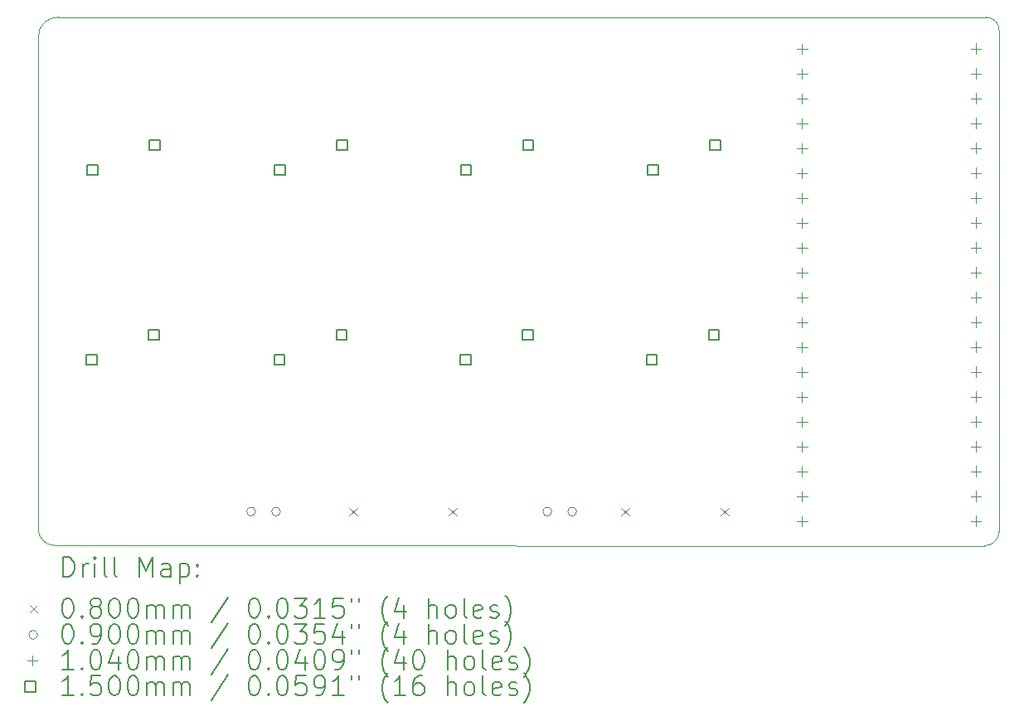
<source format=gbr>
%TF.GenerationSoftware,KiCad,Pcbnew,9.0.4*%
%TF.CreationDate,2025-09-21T01:01:59-07:00*%
%TF.ProjectId,Macro_Pad,4d616372-6f5f-4506-9164-2e6b69636164,rev?*%
%TF.SameCoordinates,Original*%
%TF.FileFunction,Drillmap*%
%TF.FilePolarity,Positive*%
%FSLAX45Y45*%
G04 Gerber Fmt 4.5, Leading zero omitted, Abs format (unit mm)*
G04 Created by KiCad (PCBNEW 9.0.4) date 2025-09-21 01:01:59*
%MOMM*%
%LPD*%
G01*
G04 APERTURE LIST*
%ADD10C,0.100000*%
%ADD11C,0.200000*%
%ADD12C,0.104000*%
%ADD13C,0.150000*%
G04 APERTURE END LIST*
D10*
X20380000Y-8675000D02*
X10905914Y-8674707D01*
X10872512Y-14072666D02*
X20361244Y-14074342D01*
X10701201Y-8874537D02*
G75*
G02*
X10905914Y-8674715I195169J4827D01*
G01*
X20510054Y-13929911D02*
X20512002Y-8814988D01*
X10872522Y-14072666D02*
G75*
G02*
X10698608Y-13899830I-1412J172496D01*
G01*
X10701201Y-8874534D02*
X10698606Y-13899830D01*
X20380000Y-8675000D02*
G75*
G02*
X20512002Y-8814988I0J-132230D01*
G01*
X20510054Y-13930003D02*
G75*
G02*
X20361244Y-14074335I-144364J-37D01*
G01*
D11*
D10*
X13877000Y-13685000D02*
X13957000Y-13765000D01*
X13957000Y-13685000D02*
X13877000Y-13765000D01*
X14893000Y-13685000D02*
X14973000Y-13765000D01*
X14973000Y-13685000D02*
X14893000Y-13765000D01*
X16652000Y-13685000D02*
X16732000Y-13765000D01*
X16732000Y-13685000D02*
X16652000Y-13765000D01*
X17668000Y-13685000D02*
X17748000Y-13765000D01*
X17748000Y-13685000D02*
X17668000Y-13765000D01*
X12918000Y-13725000D02*
G75*
G02*
X12828000Y-13725000I-45000J0D01*
G01*
X12828000Y-13725000D02*
G75*
G02*
X12918000Y-13725000I45000J0D01*
G01*
X13172000Y-13725000D02*
G75*
G02*
X13082000Y-13725000I-45000J0D01*
G01*
X13082000Y-13725000D02*
G75*
G02*
X13172000Y-13725000I45000J0D01*
G01*
X15943000Y-13725000D02*
G75*
G02*
X15853000Y-13725000I-45000J0D01*
G01*
X15853000Y-13725000D02*
G75*
G02*
X15943000Y-13725000I45000J0D01*
G01*
X16197000Y-13725000D02*
G75*
G02*
X16107000Y-13725000I-45000J0D01*
G01*
X16107000Y-13725000D02*
G75*
G02*
X16197000Y-13725000I45000J0D01*
G01*
D12*
X18500000Y-8944000D02*
X18500000Y-9048000D01*
X18448000Y-8996000D02*
X18552000Y-8996000D01*
X18500000Y-9198000D02*
X18500000Y-9302000D01*
X18448000Y-9250000D02*
X18552000Y-9250000D01*
X18500000Y-9452000D02*
X18500000Y-9556000D01*
X18448000Y-9504000D02*
X18552000Y-9504000D01*
X18500000Y-9706000D02*
X18500000Y-9810000D01*
X18448000Y-9758000D02*
X18552000Y-9758000D01*
X18500000Y-9960000D02*
X18500000Y-10064000D01*
X18448000Y-10012000D02*
X18552000Y-10012000D01*
X18500000Y-10214000D02*
X18500000Y-10318000D01*
X18448000Y-10266000D02*
X18552000Y-10266000D01*
X18500000Y-10468000D02*
X18500000Y-10572000D01*
X18448000Y-10520000D02*
X18552000Y-10520000D01*
X18500000Y-10722000D02*
X18500000Y-10826000D01*
X18448000Y-10774000D02*
X18552000Y-10774000D01*
X18500000Y-10976000D02*
X18500000Y-11080000D01*
X18448000Y-11028000D02*
X18552000Y-11028000D01*
X18500000Y-11230000D02*
X18500000Y-11334000D01*
X18448000Y-11282000D02*
X18552000Y-11282000D01*
X18500000Y-11484000D02*
X18500000Y-11588000D01*
X18448000Y-11536000D02*
X18552000Y-11536000D01*
X18500000Y-11738000D02*
X18500000Y-11842000D01*
X18448000Y-11790000D02*
X18552000Y-11790000D01*
X18500000Y-11992000D02*
X18500000Y-12096000D01*
X18448000Y-12044000D02*
X18552000Y-12044000D01*
X18500000Y-12246000D02*
X18500000Y-12350000D01*
X18448000Y-12298000D02*
X18552000Y-12298000D01*
X18500000Y-12500000D02*
X18500000Y-12604000D01*
X18448000Y-12552000D02*
X18552000Y-12552000D01*
X18500000Y-12754000D02*
X18500000Y-12858000D01*
X18448000Y-12806000D02*
X18552000Y-12806000D01*
X18500000Y-13008000D02*
X18500000Y-13112000D01*
X18448000Y-13060000D02*
X18552000Y-13060000D01*
X18500000Y-13262000D02*
X18500000Y-13366000D01*
X18448000Y-13314000D02*
X18552000Y-13314000D01*
X18500000Y-13516000D02*
X18500000Y-13620000D01*
X18448000Y-13568000D02*
X18552000Y-13568000D01*
X18500000Y-13770000D02*
X18500000Y-13874000D01*
X18448000Y-13822000D02*
X18552000Y-13822000D01*
X20275000Y-8943000D02*
X20275000Y-9047000D01*
X20223000Y-8995000D02*
X20327000Y-8995000D01*
X20275000Y-9197000D02*
X20275000Y-9301000D01*
X20223000Y-9249000D02*
X20327000Y-9249000D01*
X20275000Y-9451000D02*
X20275000Y-9555000D01*
X20223000Y-9503000D02*
X20327000Y-9503000D01*
X20275000Y-9705000D02*
X20275000Y-9809000D01*
X20223000Y-9757000D02*
X20327000Y-9757000D01*
X20275000Y-9959000D02*
X20275000Y-10063000D01*
X20223000Y-10011000D02*
X20327000Y-10011000D01*
X20275000Y-10213000D02*
X20275000Y-10317000D01*
X20223000Y-10265000D02*
X20327000Y-10265000D01*
X20275000Y-10467000D02*
X20275000Y-10571000D01*
X20223000Y-10519000D02*
X20327000Y-10519000D01*
X20275000Y-10721000D02*
X20275000Y-10825000D01*
X20223000Y-10773000D02*
X20327000Y-10773000D01*
X20275000Y-10975000D02*
X20275000Y-11079000D01*
X20223000Y-11027000D02*
X20327000Y-11027000D01*
X20275000Y-11229000D02*
X20275000Y-11333000D01*
X20223000Y-11281000D02*
X20327000Y-11281000D01*
X20275000Y-11483000D02*
X20275000Y-11587000D01*
X20223000Y-11535000D02*
X20327000Y-11535000D01*
X20275000Y-11737000D02*
X20275000Y-11841000D01*
X20223000Y-11789000D02*
X20327000Y-11789000D01*
X20275000Y-11991000D02*
X20275000Y-12095000D01*
X20223000Y-12043000D02*
X20327000Y-12043000D01*
X20275000Y-12245000D02*
X20275000Y-12349000D01*
X20223000Y-12297000D02*
X20327000Y-12297000D01*
X20275000Y-12499000D02*
X20275000Y-12603000D01*
X20223000Y-12551000D02*
X20327000Y-12551000D01*
X20275000Y-12753000D02*
X20275000Y-12857000D01*
X20223000Y-12805000D02*
X20327000Y-12805000D01*
X20275000Y-13007000D02*
X20275000Y-13111000D01*
X20223000Y-13059000D02*
X20327000Y-13059000D01*
X20275000Y-13261000D02*
X20275000Y-13365000D01*
X20223000Y-13313000D02*
X20327000Y-13313000D01*
X20275000Y-13515000D02*
X20275000Y-13619000D01*
X20223000Y-13567000D02*
X20327000Y-13567000D01*
X20275000Y-13769000D02*
X20275000Y-13873000D01*
X20223000Y-13821000D02*
X20327000Y-13821000D01*
D13*
X11298033Y-12227033D02*
X11298033Y-12120966D01*
X11191966Y-12120966D01*
X11191966Y-12227033D01*
X11298033Y-12227033D01*
X11304033Y-10289034D02*
X11304033Y-10182967D01*
X11197966Y-10182967D01*
X11197966Y-10289034D01*
X11304033Y-10289034D01*
X11933033Y-11973033D02*
X11933033Y-11866966D01*
X11826966Y-11866966D01*
X11826966Y-11973033D01*
X11933033Y-11973033D01*
X11939033Y-10035034D02*
X11939033Y-9928967D01*
X11832966Y-9928967D01*
X11832966Y-10035034D01*
X11939033Y-10035034D01*
X13216033Y-12227033D02*
X13216033Y-12120966D01*
X13109966Y-12120966D01*
X13109966Y-12227033D01*
X13216033Y-12227033D01*
X13218033Y-10289034D02*
X13218033Y-10182967D01*
X13111966Y-10182967D01*
X13111966Y-10289034D01*
X13218033Y-10289034D01*
X13851033Y-11973033D02*
X13851033Y-11866966D01*
X13744966Y-11866966D01*
X13744966Y-11973033D01*
X13851033Y-11973033D01*
X13853033Y-10035034D02*
X13853033Y-9928967D01*
X13746966Y-9928967D01*
X13746966Y-10035034D01*
X13853033Y-10035034D01*
X15116033Y-12227033D02*
X15116033Y-12120966D01*
X15009966Y-12120966D01*
X15009966Y-12227033D01*
X15116033Y-12227033D01*
X15122033Y-10289034D02*
X15122033Y-10182967D01*
X15015966Y-10182967D01*
X15015966Y-10289034D01*
X15122033Y-10289034D01*
X15751033Y-11973033D02*
X15751033Y-11866966D01*
X15644966Y-11866966D01*
X15644966Y-11973033D01*
X15751033Y-11973033D01*
X15757033Y-10035034D02*
X15757033Y-9928967D01*
X15650966Y-9928967D01*
X15650966Y-10035034D01*
X15757033Y-10035034D01*
X17018034Y-12227033D02*
X17018034Y-12120966D01*
X16911967Y-12120966D01*
X16911967Y-12227033D01*
X17018034Y-12227033D01*
X17028034Y-10289034D02*
X17028034Y-10182967D01*
X16921967Y-10182967D01*
X16921967Y-10289034D01*
X17028034Y-10289034D01*
X17653034Y-11973033D02*
X17653034Y-11866966D01*
X17546967Y-11866966D01*
X17546967Y-11973033D01*
X17653034Y-11973033D01*
X17663034Y-10035034D02*
X17663034Y-9928967D01*
X17556967Y-9928967D01*
X17556967Y-10035034D01*
X17663034Y-10035034D01*
D11*
X10954383Y-14390887D02*
X10954383Y-14190887D01*
X10954383Y-14190887D02*
X11002002Y-14190887D01*
X11002002Y-14190887D02*
X11030573Y-14200411D01*
X11030573Y-14200411D02*
X11049621Y-14219459D01*
X11049621Y-14219459D02*
X11059145Y-14238506D01*
X11059145Y-14238506D02*
X11068668Y-14276602D01*
X11068668Y-14276602D02*
X11068668Y-14305173D01*
X11068668Y-14305173D02*
X11059145Y-14343268D01*
X11059145Y-14343268D02*
X11049621Y-14362316D01*
X11049621Y-14362316D02*
X11030573Y-14381364D01*
X11030573Y-14381364D02*
X11002002Y-14390887D01*
X11002002Y-14390887D02*
X10954383Y-14390887D01*
X11154383Y-14390887D02*
X11154383Y-14257554D01*
X11154383Y-14295649D02*
X11163906Y-14276602D01*
X11163906Y-14276602D02*
X11173430Y-14267078D01*
X11173430Y-14267078D02*
X11192478Y-14257554D01*
X11192478Y-14257554D02*
X11211525Y-14257554D01*
X11278192Y-14390887D02*
X11278192Y-14257554D01*
X11278192Y-14190887D02*
X11268668Y-14200411D01*
X11268668Y-14200411D02*
X11278192Y-14209935D01*
X11278192Y-14209935D02*
X11287716Y-14200411D01*
X11287716Y-14200411D02*
X11278192Y-14190887D01*
X11278192Y-14190887D02*
X11278192Y-14209935D01*
X11402002Y-14390887D02*
X11382954Y-14381364D01*
X11382954Y-14381364D02*
X11373430Y-14362316D01*
X11373430Y-14362316D02*
X11373430Y-14190887D01*
X11506763Y-14390887D02*
X11487716Y-14381364D01*
X11487716Y-14381364D02*
X11478192Y-14362316D01*
X11478192Y-14362316D02*
X11478192Y-14190887D01*
X11735335Y-14390887D02*
X11735335Y-14190887D01*
X11735335Y-14190887D02*
X11802002Y-14333744D01*
X11802002Y-14333744D02*
X11868668Y-14190887D01*
X11868668Y-14190887D02*
X11868668Y-14390887D01*
X12049621Y-14390887D02*
X12049621Y-14286125D01*
X12049621Y-14286125D02*
X12040097Y-14267078D01*
X12040097Y-14267078D02*
X12021049Y-14257554D01*
X12021049Y-14257554D02*
X11982954Y-14257554D01*
X11982954Y-14257554D02*
X11963906Y-14267078D01*
X12049621Y-14381364D02*
X12030573Y-14390887D01*
X12030573Y-14390887D02*
X11982954Y-14390887D01*
X11982954Y-14390887D02*
X11963906Y-14381364D01*
X11963906Y-14381364D02*
X11954383Y-14362316D01*
X11954383Y-14362316D02*
X11954383Y-14343268D01*
X11954383Y-14343268D02*
X11963906Y-14324221D01*
X11963906Y-14324221D02*
X11982954Y-14314697D01*
X11982954Y-14314697D02*
X12030573Y-14314697D01*
X12030573Y-14314697D02*
X12049621Y-14305173D01*
X12144859Y-14257554D02*
X12144859Y-14457554D01*
X12144859Y-14267078D02*
X12163906Y-14257554D01*
X12163906Y-14257554D02*
X12202002Y-14257554D01*
X12202002Y-14257554D02*
X12221049Y-14267078D01*
X12221049Y-14267078D02*
X12230573Y-14276602D01*
X12230573Y-14276602D02*
X12240097Y-14295649D01*
X12240097Y-14295649D02*
X12240097Y-14352792D01*
X12240097Y-14352792D02*
X12230573Y-14371840D01*
X12230573Y-14371840D02*
X12221049Y-14381364D01*
X12221049Y-14381364D02*
X12202002Y-14390887D01*
X12202002Y-14390887D02*
X12163906Y-14390887D01*
X12163906Y-14390887D02*
X12144859Y-14381364D01*
X12325811Y-14371840D02*
X12335335Y-14381364D01*
X12335335Y-14381364D02*
X12325811Y-14390887D01*
X12325811Y-14390887D02*
X12316287Y-14381364D01*
X12316287Y-14381364D02*
X12325811Y-14371840D01*
X12325811Y-14371840D02*
X12325811Y-14390887D01*
X12325811Y-14267078D02*
X12335335Y-14276602D01*
X12335335Y-14276602D02*
X12325811Y-14286125D01*
X12325811Y-14286125D02*
X12316287Y-14276602D01*
X12316287Y-14276602D02*
X12325811Y-14267078D01*
X12325811Y-14267078D02*
X12325811Y-14286125D01*
D10*
X10613606Y-14679404D02*
X10693606Y-14759404D01*
X10693606Y-14679404D02*
X10613606Y-14759404D01*
D11*
X10992478Y-14610887D02*
X11011526Y-14610887D01*
X11011526Y-14610887D02*
X11030573Y-14620411D01*
X11030573Y-14620411D02*
X11040097Y-14629935D01*
X11040097Y-14629935D02*
X11049621Y-14648983D01*
X11049621Y-14648983D02*
X11059145Y-14687078D01*
X11059145Y-14687078D02*
X11059145Y-14734697D01*
X11059145Y-14734697D02*
X11049621Y-14772792D01*
X11049621Y-14772792D02*
X11040097Y-14791840D01*
X11040097Y-14791840D02*
X11030573Y-14801364D01*
X11030573Y-14801364D02*
X11011526Y-14810887D01*
X11011526Y-14810887D02*
X10992478Y-14810887D01*
X10992478Y-14810887D02*
X10973430Y-14801364D01*
X10973430Y-14801364D02*
X10963906Y-14791840D01*
X10963906Y-14791840D02*
X10954383Y-14772792D01*
X10954383Y-14772792D02*
X10944859Y-14734697D01*
X10944859Y-14734697D02*
X10944859Y-14687078D01*
X10944859Y-14687078D02*
X10954383Y-14648983D01*
X10954383Y-14648983D02*
X10963906Y-14629935D01*
X10963906Y-14629935D02*
X10973430Y-14620411D01*
X10973430Y-14620411D02*
X10992478Y-14610887D01*
X11144859Y-14791840D02*
X11154383Y-14801364D01*
X11154383Y-14801364D02*
X11144859Y-14810887D01*
X11144859Y-14810887D02*
X11135335Y-14801364D01*
X11135335Y-14801364D02*
X11144859Y-14791840D01*
X11144859Y-14791840D02*
X11144859Y-14810887D01*
X11268668Y-14696602D02*
X11249621Y-14687078D01*
X11249621Y-14687078D02*
X11240097Y-14677554D01*
X11240097Y-14677554D02*
X11230573Y-14658506D01*
X11230573Y-14658506D02*
X11230573Y-14648983D01*
X11230573Y-14648983D02*
X11240097Y-14629935D01*
X11240097Y-14629935D02*
X11249621Y-14620411D01*
X11249621Y-14620411D02*
X11268668Y-14610887D01*
X11268668Y-14610887D02*
X11306764Y-14610887D01*
X11306764Y-14610887D02*
X11325811Y-14620411D01*
X11325811Y-14620411D02*
X11335335Y-14629935D01*
X11335335Y-14629935D02*
X11344859Y-14648983D01*
X11344859Y-14648983D02*
X11344859Y-14658506D01*
X11344859Y-14658506D02*
X11335335Y-14677554D01*
X11335335Y-14677554D02*
X11325811Y-14687078D01*
X11325811Y-14687078D02*
X11306764Y-14696602D01*
X11306764Y-14696602D02*
X11268668Y-14696602D01*
X11268668Y-14696602D02*
X11249621Y-14706125D01*
X11249621Y-14706125D02*
X11240097Y-14715649D01*
X11240097Y-14715649D02*
X11230573Y-14734697D01*
X11230573Y-14734697D02*
X11230573Y-14772792D01*
X11230573Y-14772792D02*
X11240097Y-14791840D01*
X11240097Y-14791840D02*
X11249621Y-14801364D01*
X11249621Y-14801364D02*
X11268668Y-14810887D01*
X11268668Y-14810887D02*
X11306764Y-14810887D01*
X11306764Y-14810887D02*
X11325811Y-14801364D01*
X11325811Y-14801364D02*
X11335335Y-14791840D01*
X11335335Y-14791840D02*
X11344859Y-14772792D01*
X11344859Y-14772792D02*
X11344859Y-14734697D01*
X11344859Y-14734697D02*
X11335335Y-14715649D01*
X11335335Y-14715649D02*
X11325811Y-14706125D01*
X11325811Y-14706125D02*
X11306764Y-14696602D01*
X11468668Y-14610887D02*
X11487716Y-14610887D01*
X11487716Y-14610887D02*
X11506764Y-14620411D01*
X11506764Y-14620411D02*
X11516287Y-14629935D01*
X11516287Y-14629935D02*
X11525811Y-14648983D01*
X11525811Y-14648983D02*
X11535335Y-14687078D01*
X11535335Y-14687078D02*
X11535335Y-14734697D01*
X11535335Y-14734697D02*
X11525811Y-14772792D01*
X11525811Y-14772792D02*
X11516287Y-14791840D01*
X11516287Y-14791840D02*
X11506764Y-14801364D01*
X11506764Y-14801364D02*
X11487716Y-14810887D01*
X11487716Y-14810887D02*
X11468668Y-14810887D01*
X11468668Y-14810887D02*
X11449621Y-14801364D01*
X11449621Y-14801364D02*
X11440097Y-14791840D01*
X11440097Y-14791840D02*
X11430573Y-14772792D01*
X11430573Y-14772792D02*
X11421049Y-14734697D01*
X11421049Y-14734697D02*
X11421049Y-14687078D01*
X11421049Y-14687078D02*
X11430573Y-14648983D01*
X11430573Y-14648983D02*
X11440097Y-14629935D01*
X11440097Y-14629935D02*
X11449621Y-14620411D01*
X11449621Y-14620411D02*
X11468668Y-14610887D01*
X11659144Y-14610887D02*
X11678192Y-14610887D01*
X11678192Y-14610887D02*
X11697240Y-14620411D01*
X11697240Y-14620411D02*
X11706764Y-14629935D01*
X11706764Y-14629935D02*
X11716287Y-14648983D01*
X11716287Y-14648983D02*
X11725811Y-14687078D01*
X11725811Y-14687078D02*
X11725811Y-14734697D01*
X11725811Y-14734697D02*
X11716287Y-14772792D01*
X11716287Y-14772792D02*
X11706764Y-14791840D01*
X11706764Y-14791840D02*
X11697240Y-14801364D01*
X11697240Y-14801364D02*
X11678192Y-14810887D01*
X11678192Y-14810887D02*
X11659144Y-14810887D01*
X11659144Y-14810887D02*
X11640097Y-14801364D01*
X11640097Y-14801364D02*
X11630573Y-14791840D01*
X11630573Y-14791840D02*
X11621049Y-14772792D01*
X11621049Y-14772792D02*
X11611525Y-14734697D01*
X11611525Y-14734697D02*
X11611525Y-14687078D01*
X11611525Y-14687078D02*
X11621049Y-14648983D01*
X11621049Y-14648983D02*
X11630573Y-14629935D01*
X11630573Y-14629935D02*
X11640097Y-14620411D01*
X11640097Y-14620411D02*
X11659144Y-14610887D01*
X11811525Y-14810887D02*
X11811525Y-14677554D01*
X11811525Y-14696602D02*
X11821049Y-14687078D01*
X11821049Y-14687078D02*
X11840097Y-14677554D01*
X11840097Y-14677554D02*
X11868668Y-14677554D01*
X11868668Y-14677554D02*
X11887716Y-14687078D01*
X11887716Y-14687078D02*
X11897240Y-14706125D01*
X11897240Y-14706125D02*
X11897240Y-14810887D01*
X11897240Y-14706125D02*
X11906764Y-14687078D01*
X11906764Y-14687078D02*
X11925811Y-14677554D01*
X11925811Y-14677554D02*
X11954383Y-14677554D01*
X11954383Y-14677554D02*
X11973430Y-14687078D01*
X11973430Y-14687078D02*
X11982954Y-14706125D01*
X11982954Y-14706125D02*
X11982954Y-14810887D01*
X12078192Y-14810887D02*
X12078192Y-14677554D01*
X12078192Y-14696602D02*
X12087716Y-14687078D01*
X12087716Y-14687078D02*
X12106764Y-14677554D01*
X12106764Y-14677554D02*
X12135335Y-14677554D01*
X12135335Y-14677554D02*
X12154383Y-14687078D01*
X12154383Y-14687078D02*
X12163906Y-14706125D01*
X12163906Y-14706125D02*
X12163906Y-14810887D01*
X12163906Y-14706125D02*
X12173430Y-14687078D01*
X12173430Y-14687078D02*
X12192478Y-14677554D01*
X12192478Y-14677554D02*
X12221049Y-14677554D01*
X12221049Y-14677554D02*
X12240097Y-14687078D01*
X12240097Y-14687078D02*
X12249621Y-14706125D01*
X12249621Y-14706125D02*
X12249621Y-14810887D01*
X12640097Y-14601364D02*
X12468668Y-14858506D01*
X12897240Y-14610887D02*
X12916288Y-14610887D01*
X12916288Y-14610887D02*
X12935335Y-14620411D01*
X12935335Y-14620411D02*
X12944859Y-14629935D01*
X12944859Y-14629935D02*
X12954383Y-14648983D01*
X12954383Y-14648983D02*
X12963907Y-14687078D01*
X12963907Y-14687078D02*
X12963907Y-14734697D01*
X12963907Y-14734697D02*
X12954383Y-14772792D01*
X12954383Y-14772792D02*
X12944859Y-14791840D01*
X12944859Y-14791840D02*
X12935335Y-14801364D01*
X12935335Y-14801364D02*
X12916288Y-14810887D01*
X12916288Y-14810887D02*
X12897240Y-14810887D01*
X12897240Y-14810887D02*
X12878192Y-14801364D01*
X12878192Y-14801364D02*
X12868668Y-14791840D01*
X12868668Y-14791840D02*
X12859145Y-14772792D01*
X12859145Y-14772792D02*
X12849621Y-14734697D01*
X12849621Y-14734697D02*
X12849621Y-14687078D01*
X12849621Y-14687078D02*
X12859145Y-14648983D01*
X12859145Y-14648983D02*
X12868668Y-14629935D01*
X12868668Y-14629935D02*
X12878192Y-14620411D01*
X12878192Y-14620411D02*
X12897240Y-14610887D01*
X13049621Y-14791840D02*
X13059145Y-14801364D01*
X13059145Y-14801364D02*
X13049621Y-14810887D01*
X13049621Y-14810887D02*
X13040097Y-14801364D01*
X13040097Y-14801364D02*
X13049621Y-14791840D01*
X13049621Y-14791840D02*
X13049621Y-14810887D01*
X13182954Y-14610887D02*
X13202002Y-14610887D01*
X13202002Y-14610887D02*
X13221049Y-14620411D01*
X13221049Y-14620411D02*
X13230573Y-14629935D01*
X13230573Y-14629935D02*
X13240097Y-14648983D01*
X13240097Y-14648983D02*
X13249621Y-14687078D01*
X13249621Y-14687078D02*
X13249621Y-14734697D01*
X13249621Y-14734697D02*
X13240097Y-14772792D01*
X13240097Y-14772792D02*
X13230573Y-14791840D01*
X13230573Y-14791840D02*
X13221049Y-14801364D01*
X13221049Y-14801364D02*
X13202002Y-14810887D01*
X13202002Y-14810887D02*
X13182954Y-14810887D01*
X13182954Y-14810887D02*
X13163907Y-14801364D01*
X13163907Y-14801364D02*
X13154383Y-14791840D01*
X13154383Y-14791840D02*
X13144859Y-14772792D01*
X13144859Y-14772792D02*
X13135335Y-14734697D01*
X13135335Y-14734697D02*
X13135335Y-14687078D01*
X13135335Y-14687078D02*
X13144859Y-14648983D01*
X13144859Y-14648983D02*
X13154383Y-14629935D01*
X13154383Y-14629935D02*
X13163907Y-14620411D01*
X13163907Y-14620411D02*
X13182954Y-14610887D01*
X13316288Y-14610887D02*
X13440097Y-14610887D01*
X13440097Y-14610887D02*
X13373430Y-14687078D01*
X13373430Y-14687078D02*
X13402002Y-14687078D01*
X13402002Y-14687078D02*
X13421049Y-14696602D01*
X13421049Y-14696602D02*
X13430573Y-14706125D01*
X13430573Y-14706125D02*
X13440097Y-14725173D01*
X13440097Y-14725173D02*
X13440097Y-14772792D01*
X13440097Y-14772792D02*
X13430573Y-14791840D01*
X13430573Y-14791840D02*
X13421049Y-14801364D01*
X13421049Y-14801364D02*
X13402002Y-14810887D01*
X13402002Y-14810887D02*
X13344859Y-14810887D01*
X13344859Y-14810887D02*
X13325811Y-14801364D01*
X13325811Y-14801364D02*
X13316288Y-14791840D01*
X13630573Y-14810887D02*
X13516288Y-14810887D01*
X13573430Y-14810887D02*
X13573430Y-14610887D01*
X13573430Y-14610887D02*
X13554383Y-14639459D01*
X13554383Y-14639459D02*
X13535335Y-14658506D01*
X13535335Y-14658506D02*
X13516288Y-14668030D01*
X13811526Y-14610887D02*
X13716288Y-14610887D01*
X13716288Y-14610887D02*
X13706764Y-14706125D01*
X13706764Y-14706125D02*
X13716288Y-14696602D01*
X13716288Y-14696602D02*
X13735335Y-14687078D01*
X13735335Y-14687078D02*
X13782954Y-14687078D01*
X13782954Y-14687078D02*
X13802002Y-14696602D01*
X13802002Y-14696602D02*
X13811526Y-14706125D01*
X13811526Y-14706125D02*
X13821049Y-14725173D01*
X13821049Y-14725173D02*
X13821049Y-14772792D01*
X13821049Y-14772792D02*
X13811526Y-14791840D01*
X13811526Y-14791840D02*
X13802002Y-14801364D01*
X13802002Y-14801364D02*
X13782954Y-14810887D01*
X13782954Y-14810887D02*
X13735335Y-14810887D01*
X13735335Y-14810887D02*
X13716288Y-14801364D01*
X13716288Y-14801364D02*
X13706764Y-14791840D01*
X13897240Y-14610887D02*
X13897240Y-14648983D01*
X13973430Y-14610887D02*
X13973430Y-14648983D01*
X14268669Y-14887078D02*
X14259145Y-14877554D01*
X14259145Y-14877554D02*
X14240097Y-14848983D01*
X14240097Y-14848983D02*
X14230573Y-14829935D01*
X14230573Y-14829935D02*
X14221050Y-14801364D01*
X14221050Y-14801364D02*
X14211526Y-14753744D01*
X14211526Y-14753744D02*
X14211526Y-14715649D01*
X14211526Y-14715649D02*
X14221050Y-14668030D01*
X14221050Y-14668030D02*
X14230573Y-14639459D01*
X14230573Y-14639459D02*
X14240097Y-14620411D01*
X14240097Y-14620411D02*
X14259145Y-14591840D01*
X14259145Y-14591840D02*
X14268669Y-14582316D01*
X14430573Y-14677554D02*
X14430573Y-14810887D01*
X14382954Y-14601364D02*
X14335335Y-14744221D01*
X14335335Y-14744221D02*
X14459145Y-14744221D01*
X14687716Y-14810887D02*
X14687716Y-14610887D01*
X14773431Y-14810887D02*
X14773431Y-14706125D01*
X14773431Y-14706125D02*
X14763907Y-14687078D01*
X14763907Y-14687078D02*
X14744859Y-14677554D01*
X14744859Y-14677554D02*
X14716288Y-14677554D01*
X14716288Y-14677554D02*
X14697240Y-14687078D01*
X14697240Y-14687078D02*
X14687716Y-14696602D01*
X14897240Y-14810887D02*
X14878192Y-14801364D01*
X14878192Y-14801364D02*
X14868669Y-14791840D01*
X14868669Y-14791840D02*
X14859145Y-14772792D01*
X14859145Y-14772792D02*
X14859145Y-14715649D01*
X14859145Y-14715649D02*
X14868669Y-14696602D01*
X14868669Y-14696602D02*
X14878192Y-14687078D01*
X14878192Y-14687078D02*
X14897240Y-14677554D01*
X14897240Y-14677554D02*
X14925812Y-14677554D01*
X14925812Y-14677554D02*
X14944859Y-14687078D01*
X14944859Y-14687078D02*
X14954383Y-14696602D01*
X14954383Y-14696602D02*
X14963907Y-14715649D01*
X14963907Y-14715649D02*
X14963907Y-14772792D01*
X14963907Y-14772792D02*
X14954383Y-14791840D01*
X14954383Y-14791840D02*
X14944859Y-14801364D01*
X14944859Y-14801364D02*
X14925812Y-14810887D01*
X14925812Y-14810887D02*
X14897240Y-14810887D01*
X15078192Y-14810887D02*
X15059145Y-14801364D01*
X15059145Y-14801364D02*
X15049621Y-14782316D01*
X15049621Y-14782316D02*
X15049621Y-14610887D01*
X15230573Y-14801364D02*
X15211526Y-14810887D01*
X15211526Y-14810887D02*
X15173431Y-14810887D01*
X15173431Y-14810887D02*
X15154383Y-14801364D01*
X15154383Y-14801364D02*
X15144859Y-14782316D01*
X15144859Y-14782316D02*
X15144859Y-14706125D01*
X15144859Y-14706125D02*
X15154383Y-14687078D01*
X15154383Y-14687078D02*
X15173431Y-14677554D01*
X15173431Y-14677554D02*
X15211526Y-14677554D01*
X15211526Y-14677554D02*
X15230573Y-14687078D01*
X15230573Y-14687078D02*
X15240097Y-14706125D01*
X15240097Y-14706125D02*
X15240097Y-14725173D01*
X15240097Y-14725173D02*
X15144859Y-14744221D01*
X15316288Y-14801364D02*
X15335335Y-14810887D01*
X15335335Y-14810887D02*
X15373431Y-14810887D01*
X15373431Y-14810887D02*
X15392478Y-14801364D01*
X15392478Y-14801364D02*
X15402002Y-14782316D01*
X15402002Y-14782316D02*
X15402002Y-14772792D01*
X15402002Y-14772792D02*
X15392478Y-14753744D01*
X15392478Y-14753744D02*
X15373431Y-14744221D01*
X15373431Y-14744221D02*
X15344859Y-14744221D01*
X15344859Y-14744221D02*
X15325812Y-14734697D01*
X15325812Y-14734697D02*
X15316288Y-14715649D01*
X15316288Y-14715649D02*
X15316288Y-14706125D01*
X15316288Y-14706125D02*
X15325812Y-14687078D01*
X15325812Y-14687078D02*
X15344859Y-14677554D01*
X15344859Y-14677554D02*
X15373431Y-14677554D01*
X15373431Y-14677554D02*
X15392478Y-14687078D01*
X15468669Y-14887078D02*
X15478193Y-14877554D01*
X15478193Y-14877554D02*
X15497240Y-14848983D01*
X15497240Y-14848983D02*
X15506764Y-14829935D01*
X15506764Y-14829935D02*
X15516288Y-14801364D01*
X15516288Y-14801364D02*
X15525812Y-14753744D01*
X15525812Y-14753744D02*
X15525812Y-14715649D01*
X15525812Y-14715649D02*
X15516288Y-14668030D01*
X15516288Y-14668030D02*
X15506764Y-14639459D01*
X15506764Y-14639459D02*
X15497240Y-14620411D01*
X15497240Y-14620411D02*
X15478193Y-14591840D01*
X15478193Y-14591840D02*
X15468669Y-14582316D01*
D10*
X10693606Y-14983404D02*
G75*
G02*
X10603606Y-14983404I-45000J0D01*
G01*
X10603606Y-14983404D02*
G75*
G02*
X10693606Y-14983404I45000J0D01*
G01*
D11*
X10992478Y-14874887D02*
X11011526Y-14874887D01*
X11011526Y-14874887D02*
X11030573Y-14884411D01*
X11030573Y-14884411D02*
X11040097Y-14893935D01*
X11040097Y-14893935D02*
X11049621Y-14912983D01*
X11049621Y-14912983D02*
X11059145Y-14951078D01*
X11059145Y-14951078D02*
X11059145Y-14998697D01*
X11059145Y-14998697D02*
X11049621Y-15036792D01*
X11049621Y-15036792D02*
X11040097Y-15055840D01*
X11040097Y-15055840D02*
X11030573Y-15065364D01*
X11030573Y-15065364D02*
X11011526Y-15074887D01*
X11011526Y-15074887D02*
X10992478Y-15074887D01*
X10992478Y-15074887D02*
X10973430Y-15065364D01*
X10973430Y-15065364D02*
X10963906Y-15055840D01*
X10963906Y-15055840D02*
X10954383Y-15036792D01*
X10954383Y-15036792D02*
X10944859Y-14998697D01*
X10944859Y-14998697D02*
X10944859Y-14951078D01*
X10944859Y-14951078D02*
X10954383Y-14912983D01*
X10954383Y-14912983D02*
X10963906Y-14893935D01*
X10963906Y-14893935D02*
X10973430Y-14884411D01*
X10973430Y-14884411D02*
X10992478Y-14874887D01*
X11144859Y-15055840D02*
X11154383Y-15065364D01*
X11154383Y-15065364D02*
X11144859Y-15074887D01*
X11144859Y-15074887D02*
X11135335Y-15065364D01*
X11135335Y-15065364D02*
X11144859Y-15055840D01*
X11144859Y-15055840D02*
X11144859Y-15074887D01*
X11249621Y-15074887D02*
X11287716Y-15074887D01*
X11287716Y-15074887D02*
X11306764Y-15065364D01*
X11306764Y-15065364D02*
X11316287Y-15055840D01*
X11316287Y-15055840D02*
X11335335Y-15027268D01*
X11335335Y-15027268D02*
X11344859Y-14989173D01*
X11344859Y-14989173D02*
X11344859Y-14912983D01*
X11344859Y-14912983D02*
X11335335Y-14893935D01*
X11335335Y-14893935D02*
X11325811Y-14884411D01*
X11325811Y-14884411D02*
X11306764Y-14874887D01*
X11306764Y-14874887D02*
X11268668Y-14874887D01*
X11268668Y-14874887D02*
X11249621Y-14884411D01*
X11249621Y-14884411D02*
X11240097Y-14893935D01*
X11240097Y-14893935D02*
X11230573Y-14912983D01*
X11230573Y-14912983D02*
X11230573Y-14960602D01*
X11230573Y-14960602D02*
X11240097Y-14979649D01*
X11240097Y-14979649D02*
X11249621Y-14989173D01*
X11249621Y-14989173D02*
X11268668Y-14998697D01*
X11268668Y-14998697D02*
X11306764Y-14998697D01*
X11306764Y-14998697D02*
X11325811Y-14989173D01*
X11325811Y-14989173D02*
X11335335Y-14979649D01*
X11335335Y-14979649D02*
X11344859Y-14960602D01*
X11468668Y-14874887D02*
X11487716Y-14874887D01*
X11487716Y-14874887D02*
X11506764Y-14884411D01*
X11506764Y-14884411D02*
X11516287Y-14893935D01*
X11516287Y-14893935D02*
X11525811Y-14912983D01*
X11525811Y-14912983D02*
X11535335Y-14951078D01*
X11535335Y-14951078D02*
X11535335Y-14998697D01*
X11535335Y-14998697D02*
X11525811Y-15036792D01*
X11525811Y-15036792D02*
X11516287Y-15055840D01*
X11516287Y-15055840D02*
X11506764Y-15065364D01*
X11506764Y-15065364D02*
X11487716Y-15074887D01*
X11487716Y-15074887D02*
X11468668Y-15074887D01*
X11468668Y-15074887D02*
X11449621Y-15065364D01*
X11449621Y-15065364D02*
X11440097Y-15055840D01*
X11440097Y-15055840D02*
X11430573Y-15036792D01*
X11430573Y-15036792D02*
X11421049Y-14998697D01*
X11421049Y-14998697D02*
X11421049Y-14951078D01*
X11421049Y-14951078D02*
X11430573Y-14912983D01*
X11430573Y-14912983D02*
X11440097Y-14893935D01*
X11440097Y-14893935D02*
X11449621Y-14884411D01*
X11449621Y-14884411D02*
X11468668Y-14874887D01*
X11659144Y-14874887D02*
X11678192Y-14874887D01*
X11678192Y-14874887D02*
X11697240Y-14884411D01*
X11697240Y-14884411D02*
X11706764Y-14893935D01*
X11706764Y-14893935D02*
X11716287Y-14912983D01*
X11716287Y-14912983D02*
X11725811Y-14951078D01*
X11725811Y-14951078D02*
X11725811Y-14998697D01*
X11725811Y-14998697D02*
X11716287Y-15036792D01*
X11716287Y-15036792D02*
X11706764Y-15055840D01*
X11706764Y-15055840D02*
X11697240Y-15065364D01*
X11697240Y-15065364D02*
X11678192Y-15074887D01*
X11678192Y-15074887D02*
X11659144Y-15074887D01*
X11659144Y-15074887D02*
X11640097Y-15065364D01*
X11640097Y-15065364D02*
X11630573Y-15055840D01*
X11630573Y-15055840D02*
X11621049Y-15036792D01*
X11621049Y-15036792D02*
X11611525Y-14998697D01*
X11611525Y-14998697D02*
X11611525Y-14951078D01*
X11611525Y-14951078D02*
X11621049Y-14912983D01*
X11621049Y-14912983D02*
X11630573Y-14893935D01*
X11630573Y-14893935D02*
X11640097Y-14884411D01*
X11640097Y-14884411D02*
X11659144Y-14874887D01*
X11811525Y-15074887D02*
X11811525Y-14941554D01*
X11811525Y-14960602D02*
X11821049Y-14951078D01*
X11821049Y-14951078D02*
X11840097Y-14941554D01*
X11840097Y-14941554D02*
X11868668Y-14941554D01*
X11868668Y-14941554D02*
X11887716Y-14951078D01*
X11887716Y-14951078D02*
X11897240Y-14970125D01*
X11897240Y-14970125D02*
X11897240Y-15074887D01*
X11897240Y-14970125D02*
X11906764Y-14951078D01*
X11906764Y-14951078D02*
X11925811Y-14941554D01*
X11925811Y-14941554D02*
X11954383Y-14941554D01*
X11954383Y-14941554D02*
X11973430Y-14951078D01*
X11973430Y-14951078D02*
X11982954Y-14970125D01*
X11982954Y-14970125D02*
X11982954Y-15074887D01*
X12078192Y-15074887D02*
X12078192Y-14941554D01*
X12078192Y-14960602D02*
X12087716Y-14951078D01*
X12087716Y-14951078D02*
X12106764Y-14941554D01*
X12106764Y-14941554D02*
X12135335Y-14941554D01*
X12135335Y-14941554D02*
X12154383Y-14951078D01*
X12154383Y-14951078D02*
X12163906Y-14970125D01*
X12163906Y-14970125D02*
X12163906Y-15074887D01*
X12163906Y-14970125D02*
X12173430Y-14951078D01*
X12173430Y-14951078D02*
X12192478Y-14941554D01*
X12192478Y-14941554D02*
X12221049Y-14941554D01*
X12221049Y-14941554D02*
X12240097Y-14951078D01*
X12240097Y-14951078D02*
X12249621Y-14970125D01*
X12249621Y-14970125D02*
X12249621Y-15074887D01*
X12640097Y-14865364D02*
X12468668Y-15122506D01*
X12897240Y-14874887D02*
X12916288Y-14874887D01*
X12916288Y-14874887D02*
X12935335Y-14884411D01*
X12935335Y-14884411D02*
X12944859Y-14893935D01*
X12944859Y-14893935D02*
X12954383Y-14912983D01*
X12954383Y-14912983D02*
X12963907Y-14951078D01*
X12963907Y-14951078D02*
X12963907Y-14998697D01*
X12963907Y-14998697D02*
X12954383Y-15036792D01*
X12954383Y-15036792D02*
X12944859Y-15055840D01*
X12944859Y-15055840D02*
X12935335Y-15065364D01*
X12935335Y-15065364D02*
X12916288Y-15074887D01*
X12916288Y-15074887D02*
X12897240Y-15074887D01*
X12897240Y-15074887D02*
X12878192Y-15065364D01*
X12878192Y-15065364D02*
X12868668Y-15055840D01*
X12868668Y-15055840D02*
X12859145Y-15036792D01*
X12859145Y-15036792D02*
X12849621Y-14998697D01*
X12849621Y-14998697D02*
X12849621Y-14951078D01*
X12849621Y-14951078D02*
X12859145Y-14912983D01*
X12859145Y-14912983D02*
X12868668Y-14893935D01*
X12868668Y-14893935D02*
X12878192Y-14884411D01*
X12878192Y-14884411D02*
X12897240Y-14874887D01*
X13049621Y-15055840D02*
X13059145Y-15065364D01*
X13059145Y-15065364D02*
X13049621Y-15074887D01*
X13049621Y-15074887D02*
X13040097Y-15065364D01*
X13040097Y-15065364D02*
X13049621Y-15055840D01*
X13049621Y-15055840D02*
X13049621Y-15074887D01*
X13182954Y-14874887D02*
X13202002Y-14874887D01*
X13202002Y-14874887D02*
X13221049Y-14884411D01*
X13221049Y-14884411D02*
X13230573Y-14893935D01*
X13230573Y-14893935D02*
X13240097Y-14912983D01*
X13240097Y-14912983D02*
X13249621Y-14951078D01*
X13249621Y-14951078D02*
X13249621Y-14998697D01*
X13249621Y-14998697D02*
X13240097Y-15036792D01*
X13240097Y-15036792D02*
X13230573Y-15055840D01*
X13230573Y-15055840D02*
X13221049Y-15065364D01*
X13221049Y-15065364D02*
X13202002Y-15074887D01*
X13202002Y-15074887D02*
X13182954Y-15074887D01*
X13182954Y-15074887D02*
X13163907Y-15065364D01*
X13163907Y-15065364D02*
X13154383Y-15055840D01*
X13154383Y-15055840D02*
X13144859Y-15036792D01*
X13144859Y-15036792D02*
X13135335Y-14998697D01*
X13135335Y-14998697D02*
X13135335Y-14951078D01*
X13135335Y-14951078D02*
X13144859Y-14912983D01*
X13144859Y-14912983D02*
X13154383Y-14893935D01*
X13154383Y-14893935D02*
X13163907Y-14884411D01*
X13163907Y-14884411D02*
X13182954Y-14874887D01*
X13316288Y-14874887D02*
X13440097Y-14874887D01*
X13440097Y-14874887D02*
X13373430Y-14951078D01*
X13373430Y-14951078D02*
X13402002Y-14951078D01*
X13402002Y-14951078D02*
X13421049Y-14960602D01*
X13421049Y-14960602D02*
X13430573Y-14970125D01*
X13430573Y-14970125D02*
X13440097Y-14989173D01*
X13440097Y-14989173D02*
X13440097Y-15036792D01*
X13440097Y-15036792D02*
X13430573Y-15055840D01*
X13430573Y-15055840D02*
X13421049Y-15065364D01*
X13421049Y-15065364D02*
X13402002Y-15074887D01*
X13402002Y-15074887D02*
X13344859Y-15074887D01*
X13344859Y-15074887D02*
X13325811Y-15065364D01*
X13325811Y-15065364D02*
X13316288Y-15055840D01*
X13621049Y-14874887D02*
X13525811Y-14874887D01*
X13525811Y-14874887D02*
X13516288Y-14970125D01*
X13516288Y-14970125D02*
X13525811Y-14960602D01*
X13525811Y-14960602D02*
X13544859Y-14951078D01*
X13544859Y-14951078D02*
X13592478Y-14951078D01*
X13592478Y-14951078D02*
X13611526Y-14960602D01*
X13611526Y-14960602D02*
X13621049Y-14970125D01*
X13621049Y-14970125D02*
X13630573Y-14989173D01*
X13630573Y-14989173D02*
X13630573Y-15036792D01*
X13630573Y-15036792D02*
X13621049Y-15055840D01*
X13621049Y-15055840D02*
X13611526Y-15065364D01*
X13611526Y-15065364D02*
X13592478Y-15074887D01*
X13592478Y-15074887D02*
X13544859Y-15074887D01*
X13544859Y-15074887D02*
X13525811Y-15065364D01*
X13525811Y-15065364D02*
X13516288Y-15055840D01*
X13802002Y-14941554D02*
X13802002Y-15074887D01*
X13754383Y-14865364D02*
X13706764Y-15008221D01*
X13706764Y-15008221D02*
X13830573Y-15008221D01*
X13897240Y-14874887D02*
X13897240Y-14912983D01*
X13973430Y-14874887D02*
X13973430Y-14912983D01*
X14268669Y-15151078D02*
X14259145Y-15141554D01*
X14259145Y-15141554D02*
X14240097Y-15112983D01*
X14240097Y-15112983D02*
X14230573Y-15093935D01*
X14230573Y-15093935D02*
X14221050Y-15065364D01*
X14221050Y-15065364D02*
X14211526Y-15017744D01*
X14211526Y-15017744D02*
X14211526Y-14979649D01*
X14211526Y-14979649D02*
X14221050Y-14932030D01*
X14221050Y-14932030D02*
X14230573Y-14903459D01*
X14230573Y-14903459D02*
X14240097Y-14884411D01*
X14240097Y-14884411D02*
X14259145Y-14855840D01*
X14259145Y-14855840D02*
X14268669Y-14846316D01*
X14430573Y-14941554D02*
X14430573Y-15074887D01*
X14382954Y-14865364D02*
X14335335Y-15008221D01*
X14335335Y-15008221D02*
X14459145Y-15008221D01*
X14687716Y-15074887D02*
X14687716Y-14874887D01*
X14773431Y-15074887D02*
X14773431Y-14970125D01*
X14773431Y-14970125D02*
X14763907Y-14951078D01*
X14763907Y-14951078D02*
X14744859Y-14941554D01*
X14744859Y-14941554D02*
X14716288Y-14941554D01*
X14716288Y-14941554D02*
X14697240Y-14951078D01*
X14697240Y-14951078D02*
X14687716Y-14960602D01*
X14897240Y-15074887D02*
X14878192Y-15065364D01*
X14878192Y-15065364D02*
X14868669Y-15055840D01*
X14868669Y-15055840D02*
X14859145Y-15036792D01*
X14859145Y-15036792D02*
X14859145Y-14979649D01*
X14859145Y-14979649D02*
X14868669Y-14960602D01*
X14868669Y-14960602D02*
X14878192Y-14951078D01*
X14878192Y-14951078D02*
X14897240Y-14941554D01*
X14897240Y-14941554D02*
X14925812Y-14941554D01*
X14925812Y-14941554D02*
X14944859Y-14951078D01*
X14944859Y-14951078D02*
X14954383Y-14960602D01*
X14954383Y-14960602D02*
X14963907Y-14979649D01*
X14963907Y-14979649D02*
X14963907Y-15036792D01*
X14963907Y-15036792D02*
X14954383Y-15055840D01*
X14954383Y-15055840D02*
X14944859Y-15065364D01*
X14944859Y-15065364D02*
X14925812Y-15074887D01*
X14925812Y-15074887D02*
X14897240Y-15074887D01*
X15078192Y-15074887D02*
X15059145Y-15065364D01*
X15059145Y-15065364D02*
X15049621Y-15046316D01*
X15049621Y-15046316D02*
X15049621Y-14874887D01*
X15230573Y-15065364D02*
X15211526Y-15074887D01*
X15211526Y-15074887D02*
X15173431Y-15074887D01*
X15173431Y-15074887D02*
X15154383Y-15065364D01*
X15154383Y-15065364D02*
X15144859Y-15046316D01*
X15144859Y-15046316D02*
X15144859Y-14970125D01*
X15144859Y-14970125D02*
X15154383Y-14951078D01*
X15154383Y-14951078D02*
X15173431Y-14941554D01*
X15173431Y-14941554D02*
X15211526Y-14941554D01*
X15211526Y-14941554D02*
X15230573Y-14951078D01*
X15230573Y-14951078D02*
X15240097Y-14970125D01*
X15240097Y-14970125D02*
X15240097Y-14989173D01*
X15240097Y-14989173D02*
X15144859Y-15008221D01*
X15316288Y-15065364D02*
X15335335Y-15074887D01*
X15335335Y-15074887D02*
X15373431Y-15074887D01*
X15373431Y-15074887D02*
X15392478Y-15065364D01*
X15392478Y-15065364D02*
X15402002Y-15046316D01*
X15402002Y-15046316D02*
X15402002Y-15036792D01*
X15402002Y-15036792D02*
X15392478Y-15017744D01*
X15392478Y-15017744D02*
X15373431Y-15008221D01*
X15373431Y-15008221D02*
X15344859Y-15008221D01*
X15344859Y-15008221D02*
X15325812Y-14998697D01*
X15325812Y-14998697D02*
X15316288Y-14979649D01*
X15316288Y-14979649D02*
X15316288Y-14970125D01*
X15316288Y-14970125D02*
X15325812Y-14951078D01*
X15325812Y-14951078D02*
X15344859Y-14941554D01*
X15344859Y-14941554D02*
X15373431Y-14941554D01*
X15373431Y-14941554D02*
X15392478Y-14951078D01*
X15468669Y-15151078D02*
X15478193Y-15141554D01*
X15478193Y-15141554D02*
X15497240Y-15112983D01*
X15497240Y-15112983D02*
X15506764Y-15093935D01*
X15506764Y-15093935D02*
X15516288Y-15065364D01*
X15516288Y-15065364D02*
X15525812Y-15017744D01*
X15525812Y-15017744D02*
X15525812Y-14979649D01*
X15525812Y-14979649D02*
X15516288Y-14932030D01*
X15516288Y-14932030D02*
X15506764Y-14903459D01*
X15506764Y-14903459D02*
X15497240Y-14884411D01*
X15497240Y-14884411D02*
X15478193Y-14855840D01*
X15478193Y-14855840D02*
X15468669Y-14846316D01*
D12*
X10641606Y-15195404D02*
X10641606Y-15299404D01*
X10589606Y-15247404D02*
X10693606Y-15247404D01*
D11*
X11059145Y-15338887D02*
X10944859Y-15338887D01*
X11002002Y-15338887D02*
X11002002Y-15138887D01*
X11002002Y-15138887D02*
X10982954Y-15167459D01*
X10982954Y-15167459D02*
X10963906Y-15186506D01*
X10963906Y-15186506D02*
X10944859Y-15196030D01*
X11144859Y-15319840D02*
X11154383Y-15329364D01*
X11154383Y-15329364D02*
X11144859Y-15338887D01*
X11144859Y-15338887D02*
X11135335Y-15329364D01*
X11135335Y-15329364D02*
X11144859Y-15319840D01*
X11144859Y-15319840D02*
X11144859Y-15338887D01*
X11278192Y-15138887D02*
X11297240Y-15138887D01*
X11297240Y-15138887D02*
X11316287Y-15148411D01*
X11316287Y-15148411D02*
X11325811Y-15157935D01*
X11325811Y-15157935D02*
X11335335Y-15176983D01*
X11335335Y-15176983D02*
X11344859Y-15215078D01*
X11344859Y-15215078D02*
X11344859Y-15262697D01*
X11344859Y-15262697D02*
X11335335Y-15300792D01*
X11335335Y-15300792D02*
X11325811Y-15319840D01*
X11325811Y-15319840D02*
X11316287Y-15329364D01*
X11316287Y-15329364D02*
X11297240Y-15338887D01*
X11297240Y-15338887D02*
X11278192Y-15338887D01*
X11278192Y-15338887D02*
X11259144Y-15329364D01*
X11259144Y-15329364D02*
X11249621Y-15319840D01*
X11249621Y-15319840D02*
X11240097Y-15300792D01*
X11240097Y-15300792D02*
X11230573Y-15262697D01*
X11230573Y-15262697D02*
X11230573Y-15215078D01*
X11230573Y-15215078D02*
X11240097Y-15176983D01*
X11240097Y-15176983D02*
X11249621Y-15157935D01*
X11249621Y-15157935D02*
X11259144Y-15148411D01*
X11259144Y-15148411D02*
X11278192Y-15138887D01*
X11516287Y-15205554D02*
X11516287Y-15338887D01*
X11468668Y-15129364D02*
X11421049Y-15272221D01*
X11421049Y-15272221D02*
X11544859Y-15272221D01*
X11659144Y-15138887D02*
X11678192Y-15138887D01*
X11678192Y-15138887D02*
X11697240Y-15148411D01*
X11697240Y-15148411D02*
X11706764Y-15157935D01*
X11706764Y-15157935D02*
X11716287Y-15176983D01*
X11716287Y-15176983D02*
X11725811Y-15215078D01*
X11725811Y-15215078D02*
X11725811Y-15262697D01*
X11725811Y-15262697D02*
X11716287Y-15300792D01*
X11716287Y-15300792D02*
X11706764Y-15319840D01*
X11706764Y-15319840D02*
X11697240Y-15329364D01*
X11697240Y-15329364D02*
X11678192Y-15338887D01*
X11678192Y-15338887D02*
X11659144Y-15338887D01*
X11659144Y-15338887D02*
X11640097Y-15329364D01*
X11640097Y-15329364D02*
X11630573Y-15319840D01*
X11630573Y-15319840D02*
X11621049Y-15300792D01*
X11621049Y-15300792D02*
X11611525Y-15262697D01*
X11611525Y-15262697D02*
X11611525Y-15215078D01*
X11611525Y-15215078D02*
X11621049Y-15176983D01*
X11621049Y-15176983D02*
X11630573Y-15157935D01*
X11630573Y-15157935D02*
X11640097Y-15148411D01*
X11640097Y-15148411D02*
X11659144Y-15138887D01*
X11811525Y-15338887D02*
X11811525Y-15205554D01*
X11811525Y-15224602D02*
X11821049Y-15215078D01*
X11821049Y-15215078D02*
X11840097Y-15205554D01*
X11840097Y-15205554D02*
X11868668Y-15205554D01*
X11868668Y-15205554D02*
X11887716Y-15215078D01*
X11887716Y-15215078D02*
X11897240Y-15234125D01*
X11897240Y-15234125D02*
X11897240Y-15338887D01*
X11897240Y-15234125D02*
X11906764Y-15215078D01*
X11906764Y-15215078D02*
X11925811Y-15205554D01*
X11925811Y-15205554D02*
X11954383Y-15205554D01*
X11954383Y-15205554D02*
X11973430Y-15215078D01*
X11973430Y-15215078D02*
X11982954Y-15234125D01*
X11982954Y-15234125D02*
X11982954Y-15338887D01*
X12078192Y-15338887D02*
X12078192Y-15205554D01*
X12078192Y-15224602D02*
X12087716Y-15215078D01*
X12087716Y-15215078D02*
X12106764Y-15205554D01*
X12106764Y-15205554D02*
X12135335Y-15205554D01*
X12135335Y-15205554D02*
X12154383Y-15215078D01*
X12154383Y-15215078D02*
X12163906Y-15234125D01*
X12163906Y-15234125D02*
X12163906Y-15338887D01*
X12163906Y-15234125D02*
X12173430Y-15215078D01*
X12173430Y-15215078D02*
X12192478Y-15205554D01*
X12192478Y-15205554D02*
X12221049Y-15205554D01*
X12221049Y-15205554D02*
X12240097Y-15215078D01*
X12240097Y-15215078D02*
X12249621Y-15234125D01*
X12249621Y-15234125D02*
X12249621Y-15338887D01*
X12640097Y-15129364D02*
X12468668Y-15386506D01*
X12897240Y-15138887D02*
X12916288Y-15138887D01*
X12916288Y-15138887D02*
X12935335Y-15148411D01*
X12935335Y-15148411D02*
X12944859Y-15157935D01*
X12944859Y-15157935D02*
X12954383Y-15176983D01*
X12954383Y-15176983D02*
X12963907Y-15215078D01*
X12963907Y-15215078D02*
X12963907Y-15262697D01*
X12963907Y-15262697D02*
X12954383Y-15300792D01*
X12954383Y-15300792D02*
X12944859Y-15319840D01*
X12944859Y-15319840D02*
X12935335Y-15329364D01*
X12935335Y-15329364D02*
X12916288Y-15338887D01*
X12916288Y-15338887D02*
X12897240Y-15338887D01*
X12897240Y-15338887D02*
X12878192Y-15329364D01*
X12878192Y-15329364D02*
X12868668Y-15319840D01*
X12868668Y-15319840D02*
X12859145Y-15300792D01*
X12859145Y-15300792D02*
X12849621Y-15262697D01*
X12849621Y-15262697D02*
X12849621Y-15215078D01*
X12849621Y-15215078D02*
X12859145Y-15176983D01*
X12859145Y-15176983D02*
X12868668Y-15157935D01*
X12868668Y-15157935D02*
X12878192Y-15148411D01*
X12878192Y-15148411D02*
X12897240Y-15138887D01*
X13049621Y-15319840D02*
X13059145Y-15329364D01*
X13059145Y-15329364D02*
X13049621Y-15338887D01*
X13049621Y-15338887D02*
X13040097Y-15329364D01*
X13040097Y-15329364D02*
X13049621Y-15319840D01*
X13049621Y-15319840D02*
X13049621Y-15338887D01*
X13182954Y-15138887D02*
X13202002Y-15138887D01*
X13202002Y-15138887D02*
X13221049Y-15148411D01*
X13221049Y-15148411D02*
X13230573Y-15157935D01*
X13230573Y-15157935D02*
X13240097Y-15176983D01*
X13240097Y-15176983D02*
X13249621Y-15215078D01*
X13249621Y-15215078D02*
X13249621Y-15262697D01*
X13249621Y-15262697D02*
X13240097Y-15300792D01*
X13240097Y-15300792D02*
X13230573Y-15319840D01*
X13230573Y-15319840D02*
X13221049Y-15329364D01*
X13221049Y-15329364D02*
X13202002Y-15338887D01*
X13202002Y-15338887D02*
X13182954Y-15338887D01*
X13182954Y-15338887D02*
X13163907Y-15329364D01*
X13163907Y-15329364D02*
X13154383Y-15319840D01*
X13154383Y-15319840D02*
X13144859Y-15300792D01*
X13144859Y-15300792D02*
X13135335Y-15262697D01*
X13135335Y-15262697D02*
X13135335Y-15215078D01*
X13135335Y-15215078D02*
X13144859Y-15176983D01*
X13144859Y-15176983D02*
X13154383Y-15157935D01*
X13154383Y-15157935D02*
X13163907Y-15148411D01*
X13163907Y-15148411D02*
X13182954Y-15138887D01*
X13421049Y-15205554D02*
X13421049Y-15338887D01*
X13373430Y-15129364D02*
X13325811Y-15272221D01*
X13325811Y-15272221D02*
X13449621Y-15272221D01*
X13563907Y-15138887D02*
X13582954Y-15138887D01*
X13582954Y-15138887D02*
X13602002Y-15148411D01*
X13602002Y-15148411D02*
X13611526Y-15157935D01*
X13611526Y-15157935D02*
X13621049Y-15176983D01*
X13621049Y-15176983D02*
X13630573Y-15215078D01*
X13630573Y-15215078D02*
X13630573Y-15262697D01*
X13630573Y-15262697D02*
X13621049Y-15300792D01*
X13621049Y-15300792D02*
X13611526Y-15319840D01*
X13611526Y-15319840D02*
X13602002Y-15329364D01*
X13602002Y-15329364D02*
X13582954Y-15338887D01*
X13582954Y-15338887D02*
X13563907Y-15338887D01*
X13563907Y-15338887D02*
X13544859Y-15329364D01*
X13544859Y-15329364D02*
X13535335Y-15319840D01*
X13535335Y-15319840D02*
X13525811Y-15300792D01*
X13525811Y-15300792D02*
X13516288Y-15262697D01*
X13516288Y-15262697D02*
X13516288Y-15215078D01*
X13516288Y-15215078D02*
X13525811Y-15176983D01*
X13525811Y-15176983D02*
X13535335Y-15157935D01*
X13535335Y-15157935D02*
X13544859Y-15148411D01*
X13544859Y-15148411D02*
X13563907Y-15138887D01*
X13725811Y-15338887D02*
X13763907Y-15338887D01*
X13763907Y-15338887D02*
X13782954Y-15329364D01*
X13782954Y-15329364D02*
X13792478Y-15319840D01*
X13792478Y-15319840D02*
X13811526Y-15291268D01*
X13811526Y-15291268D02*
X13821049Y-15253173D01*
X13821049Y-15253173D02*
X13821049Y-15176983D01*
X13821049Y-15176983D02*
X13811526Y-15157935D01*
X13811526Y-15157935D02*
X13802002Y-15148411D01*
X13802002Y-15148411D02*
X13782954Y-15138887D01*
X13782954Y-15138887D02*
X13744859Y-15138887D01*
X13744859Y-15138887D02*
X13725811Y-15148411D01*
X13725811Y-15148411D02*
X13716288Y-15157935D01*
X13716288Y-15157935D02*
X13706764Y-15176983D01*
X13706764Y-15176983D02*
X13706764Y-15224602D01*
X13706764Y-15224602D02*
X13716288Y-15243649D01*
X13716288Y-15243649D02*
X13725811Y-15253173D01*
X13725811Y-15253173D02*
X13744859Y-15262697D01*
X13744859Y-15262697D02*
X13782954Y-15262697D01*
X13782954Y-15262697D02*
X13802002Y-15253173D01*
X13802002Y-15253173D02*
X13811526Y-15243649D01*
X13811526Y-15243649D02*
X13821049Y-15224602D01*
X13897240Y-15138887D02*
X13897240Y-15176983D01*
X13973430Y-15138887D02*
X13973430Y-15176983D01*
X14268669Y-15415078D02*
X14259145Y-15405554D01*
X14259145Y-15405554D02*
X14240097Y-15376983D01*
X14240097Y-15376983D02*
X14230573Y-15357935D01*
X14230573Y-15357935D02*
X14221050Y-15329364D01*
X14221050Y-15329364D02*
X14211526Y-15281744D01*
X14211526Y-15281744D02*
X14211526Y-15243649D01*
X14211526Y-15243649D02*
X14221050Y-15196030D01*
X14221050Y-15196030D02*
X14230573Y-15167459D01*
X14230573Y-15167459D02*
X14240097Y-15148411D01*
X14240097Y-15148411D02*
X14259145Y-15119840D01*
X14259145Y-15119840D02*
X14268669Y-15110316D01*
X14430573Y-15205554D02*
X14430573Y-15338887D01*
X14382954Y-15129364D02*
X14335335Y-15272221D01*
X14335335Y-15272221D02*
X14459145Y-15272221D01*
X14573430Y-15138887D02*
X14592478Y-15138887D01*
X14592478Y-15138887D02*
X14611526Y-15148411D01*
X14611526Y-15148411D02*
X14621050Y-15157935D01*
X14621050Y-15157935D02*
X14630573Y-15176983D01*
X14630573Y-15176983D02*
X14640097Y-15215078D01*
X14640097Y-15215078D02*
X14640097Y-15262697D01*
X14640097Y-15262697D02*
X14630573Y-15300792D01*
X14630573Y-15300792D02*
X14621050Y-15319840D01*
X14621050Y-15319840D02*
X14611526Y-15329364D01*
X14611526Y-15329364D02*
X14592478Y-15338887D01*
X14592478Y-15338887D02*
X14573430Y-15338887D01*
X14573430Y-15338887D02*
X14554383Y-15329364D01*
X14554383Y-15329364D02*
X14544859Y-15319840D01*
X14544859Y-15319840D02*
X14535335Y-15300792D01*
X14535335Y-15300792D02*
X14525811Y-15262697D01*
X14525811Y-15262697D02*
X14525811Y-15215078D01*
X14525811Y-15215078D02*
X14535335Y-15176983D01*
X14535335Y-15176983D02*
X14544859Y-15157935D01*
X14544859Y-15157935D02*
X14554383Y-15148411D01*
X14554383Y-15148411D02*
X14573430Y-15138887D01*
X14878192Y-15338887D02*
X14878192Y-15138887D01*
X14963907Y-15338887D02*
X14963907Y-15234125D01*
X14963907Y-15234125D02*
X14954383Y-15215078D01*
X14954383Y-15215078D02*
X14935335Y-15205554D01*
X14935335Y-15205554D02*
X14906764Y-15205554D01*
X14906764Y-15205554D02*
X14887716Y-15215078D01*
X14887716Y-15215078D02*
X14878192Y-15224602D01*
X15087716Y-15338887D02*
X15068669Y-15329364D01*
X15068669Y-15329364D02*
X15059145Y-15319840D01*
X15059145Y-15319840D02*
X15049621Y-15300792D01*
X15049621Y-15300792D02*
X15049621Y-15243649D01*
X15049621Y-15243649D02*
X15059145Y-15224602D01*
X15059145Y-15224602D02*
X15068669Y-15215078D01*
X15068669Y-15215078D02*
X15087716Y-15205554D01*
X15087716Y-15205554D02*
X15116288Y-15205554D01*
X15116288Y-15205554D02*
X15135335Y-15215078D01*
X15135335Y-15215078D02*
X15144859Y-15224602D01*
X15144859Y-15224602D02*
X15154383Y-15243649D01*
X15154383Y-15243649D02*
X15154383Y-15300792D01*
X15154383Y-15300792D02*
X15144859Y-15319840D01*
X15144859Y-15319840D02*
X15135335Y-15329364D01*
X15135335Y-15329364D02*
X15116288Y-15338887D01*
X15116288Y-15338887D02*
X15087716Y-15338887D01*
X15268669Y-15338887D02*
X15249621Y-15329364D01*
X15249621Y-15329364D02*
X15240097Y-15310316D01*
X15240097Y-15310316D02*
X15240097Y-15138887D01*
X15421050Y-15329364D02*
X15402002Y-15338887D01*
X15402002Y-15338887D02*
X15363907Y-15338887D01*
X15363907Y-15338887D02*
X15344859Y-15329364D01*
X15344859Y-15329364D02*
X15335335Y-15310316D01*
X15335335Y-15310316D02*
X15335335Y-15234125D01*
X15335335Y-15234125D02*
X15344859Y-15215078D01*
X15344859Y-15215078D02*
X15363907Y-15205554D01*
X15363907Y-15205554D02*
X15402002Y-15205554D01*
X15402002Y-15205554D02*
X15421050Y-15215078D01*
X15421050Y-15215078D02*
X15430573Y-15234125D01*
X15430573Y-15234125D02*
X15430573Y-15253173D01*
X15430573Y-15253173D02*
X15335335Y-15272221D01*
X15506764Y-15329364D02*
X15525812Y-15338887D01*
X15525812Y-15338887D02*
X15563907Y-15338887D01*
X15563907Y-15338887D02*
X15582954Y-15329364D01*
X15582954Y-15329364D02*
X15592478Y-15310316D01*
X15592478Y-15310316D02*
X15592478Y-15300792D01*
X15592478Y-15300792D02*
X15582954Y-15281744D01*
X15582954Y-15281744D02*
X15563907Y-15272221D01*
X15563907Y-15272221D02*
X15535335Y-15272221D01*
X15535335Y-15272221D02*
X15516288Y-15262697D01*
X15516288Y-15262697D02*
X15506764Y-15243649D01*
X15506764Y-15243649D02*
X15506764Y-15234125D01*
X15506764Y-15234125D02*
X15516288Y-15215078D01*
X15516288Y-15215078D02*
X15535335Y-15205554D01*
X15535335Y-15205554D02*
X15563907Y-15205554D01*
X15563907Y-15205554D02*
X15582954Y-15215078D01*
X15659145Y-15415078D02*
X15668669Y-15405554D01*
X15668669Y-15405554D02*
X15687716Y-15376983D01*
X15687716Y-15376983D02*
X15697240Y-15357935D01*
X15697240Y-15357935D02*
X15706764Y-15329364D01*
X15706764Y-15329364D02*
X15716288Y-15281744D01*
X15716288Y-15281744D02*
X15716288Y-15243649D01*
X15716288Y-15243649D02*
X15706764Y-15196030D01*
X15706764Y-15196030D02*
X15697240Y-15167459D01*
X15697240Y-15167459D02*
X15687716Y-15148411D01*
X15687716Y-15148411D02*
X15668669Y-15119840D01*
X15668669Y-15119840D02*
X15659145Y-15110316D01*
D13*
X10671639Y-15564437D02*
X10671639Y-15458370D01*
X10565572Y-15458370D01*
X10565572Y-15564437D01*
X10671639Y-15564437D01*
D11*
X11059145Y-15602887D02*
X10944859Y-15602887D01*
X11002002Y-15602887D02*
X11002002Y-15402887D01*
X11002002Y-15402887D02*
X10982954Y-15431459D01*
X10982954Y-15431459D02*
X10963906Y-15450506D01*
X10963906Y-15450506D02*
X10944859Y-15460030D01*
X11144859Y-15583840D02*
X11154383Y-15593364D01*
X11154383Y-15593364D02*
X11144859Y-15602887D01*
X11144859Y-15602887D02*
X11135335Y-15593364D01*
X11135335Y-15593364D02*
X11144859Y-15583840D01*
X11144859Y-15583840D02*
X11144859Y-15602887D01*
X11335335Y-15402887D02*
X11240097Y-15402887D01*
X11240097Y-15402887D02*
X11230573Y-15498125D01*
X11230573Y-15498125D02*
X11240097Y-15488602D01*
X11240097Y-15488602D02*
X11259144Y-15479078D01*
X11259144Y-15479078D02*
X11306764Y-15479078D01*
X11306764Y-15479078D02*
X11325811Y-15488602D01*
X11325811Y-15488602D02*
X11335335Y-15498125D01*
X11335335Y-15498125D02*
X11344859Y-15517173D01*
X11344859Y-15517173D02*
X11344859Y-15564792D01*
X11344859Y-15564792D02*
X11335335Y-15583840D01*
X11335335Y-15583840D02*
X11325811Y-15593364D01*
X11325811Y-15593364D02*
X11306764Y-15602887D01*
X11306764Y-15602887D02*
X11259144Y-15602887D01*
X11259144Y-15602887D02*
X11240097Y-15593364D01*
X11240097Y-15593364D02*
X11230573Y-15583840D01*
X11468668Y-15402887D02*
X11487716Y-15402887D01*
X11487716Y-15402887D02*
X11506764Y-15412411D01*
X11506764Y-15412411D02*
X11516287Y-15421935D01*
X11516287Y-15421935D02*
X11525811Y-15440983D01*
X11525811Y-15440983D02*
X11535335Y-15479078D01*
X11535335Y-15479078D02*
X11535335Y-15526697D01*
X11535335Y-15526697D02*
X11525811Y-15564792D01*
X11525811Y-15564792D02*
X11516287Y-15583840D01*
X11516287Y-15583840D02*
X11506764Y-15593364D01*
X11506764Y-15593364D02*
X11487716Y-15602887D01*
X11487716Y-15602887D02*
X11468668Y-15602887D01*
X11468668Y-15602887D02*
X11449621Y-15593364D01*
X11449621Y-15593364D02*
X11440097Y-15583840D01*
X11440097Y-15583840D02*
X11430573Y-15564792D01*
X11430573Y-15564792D02*
X11421049Y-15526697D01*
X11421049Y-15526697D02*
X11421049Y-15479078D01*
X11421049Y-15479078D02*
X11430573Y-15440983D01*
X11430573Y-15440983D02*
X11440097Y-15421935D01*
X11440097Y-15421935D02*
X11449621Y-15412411D01*
X11449621Y-15412411D02*
X11468668Y-15402887D01*
X11659144Y-15402887D02*
X11678192Y-15402887D01*
X11678192Y-15402887D02*
X11697240Y-15412411D01*
X11697240Y-15412411D02*
X11706764Y-15421935D01*
X11706764Y-15421935D02*
X11716287Y-15440983D01*
X11716287Y-15440983D02*
X11725811Y-15479078D01*
X11725811Y-15479078D02*
X11725811Y-15526697D01*
X11725811Y-15526697D02*
X11716287Y-15564792D01*
X11716287Y-15564792D02*
X11706764Y-15583840D01*
X11706764Y-15583840D02*
X11697240Y-15593364D01*
X11697240Y-15593364D02*
X11678192Y-15602887D01*
X11678192Y-15602887D02*
X11659144Y-15602887D01*
X11659144Y-15602887D02*
X11640097Y-15593364D01*
X11640097Y-15593364D02*
X11630573Y-15583840D01*
X11630573Y-15583840D02*
X11621049Y-15564792D01*
X11621049Y-15564792D02*
X11611525Y-15526697D01*
X11611525Y-15526697D02*
X11611525Y-15479078D01*
X11611525Y-15479078D02*
X11621049Y-15440983D01*
X11621049Y-15440983D02*
X11630573Y-15421935D01*
X11630573Y-15421935D02*
X11640097Y-15412411D01*
X11640097Y-15412411D02*
X11659144Y-15402887D01*
X11811525Y-15602887D02*
X11811525Y-15469554D01*
X11811525Y-15488602D02*
X11821049Y-15479078D01*
X11821049Y-15479078D02*
X11840097Y-15469554D01*
X11840097Y-15469554D02*
X11868668Y-15469554D01*
X11868668Y-15469554D02*
X11887716Y-15479078D01*
X11887716Y-15479078D02*
X11897240Y-15498125D01*
X11897240Y-15498125D02*
X11897240Y-15602887D01*
X11897240Y-15498125D02*
X11906764Y-15479078D01*
X11906764Y-15479078D02*
X11925811Y-15469554D01*
X11925811Y-15469554D02*
X11954383Y-15469554D01*
X11954383Y-15469554D02*
X11973430Y-15479078D01*
X11973430Y-15479078D02*
X11982954Y-15498125D01*
X11982954Y-15498125D02*
X11982954Y-15602887D01*
X12078192Y-15602887D02*
X12078192Y-15469554D01*
X12078192Y-15488602D02*
X12087716Y-15479078D01*
X12087716Y-15479078D02*
X12106764Y-15469554D01*
X12106764Y-15469554D02*
X12135335Y-15469554D01*
X12135335Y-15469554D02*
X12154383Y-15479078D01*
X12154383Y-15479078D02*
X12163906Y-15498125D01*
X12163906Y-15498125D02*
X12163906Y-15602887D01*
X12163906Y-15498125D02*
X12173430Y-15479078D01*
X12173430Y-15479078D02*
X12192478Y-15469554D01*
X12192478Y-15469554D02*
X12221049Y-15469554D01*
X12221049Y-15469554D02*
X12240097Y-15479078D01*
X12240097Y-15479078D02*
X12249621Y-15498125D01*
X12249621Y-15498125D02*
X12249621Y-15602887D01*
X12640097Y-15393364D02*
X12468668Y-15650506D01*
X12897240Y-15402887D02*
X12916288Y-15402887D01*
X12916288Y-15402887D02*
X12935335Y-15412411D01*
X12935335Y-15412411D02*
X12944859Y-15421935D01*
X12944859Y-15421935D02*
X12954383Y-15440983D01*
X12954383Y-15440983D02*
X12963907Y-15479078D01*
X12963907Y-15479078D02*
X12963907Y-15526697D01*
X12963907Y-15526697D02*
X12954383Y-15564792D01*
X12954383Y-15564792D02*
X12944859Y-15583840D01*
X12944859Y-15583840D02*
X12935335Y-15593364D01*
X12935335Y-15593364D02*
X12916288Y-15602887D01*
X12916288Y-15602887D02*
X12897240Y-15602887D01*
X12897240Y-15602887D02*
X12878192Y-15593364D01*
X12878192Y-15593364D02*
X12868668Y-15583840D01*
X12868668Y-15583840D02*
X12859145Y-15564792D01*
X12859145Y-15564792D02*
X12849621Y-15526697D01*
X12849621Y-15526697D02*
X12849621Y-15479078D01*
X12849621Y-15479078D02*
X12859145Y-15440983D01*
X12859145Y-15440983D02*
X12868668Y-15421935D01*
X12868668Y-15421935D02*
X12878192Y-15412411D01*
X12878192Y-15412411D02*
X12897240Y-15402887D01*
X13049621Y-15583840D02*
X13059145Y-15593364D01*
X13059145Y-15593364D02*
X13049621Y-15602887D01*
X13049621Y-15602887D02*
X13040097Y-15593364D01*
X13040097Y-15593364D02*
X13049621Y-15583840D01*
X13049621Y-15583840D02*
X13049621Y-15602887D01*
X13182954Y-15402887D02*
X13202002Y-15402887D01*
X13202002Y-15402887D02*
X13221049Y-15412411D01*
X13221049Y-15412411D02*
X13230573Y-15421935D01*
X13230573Y-15421935D02*
X13240097Y-15440983D01*
X13240097Y-15440983D02*
X13249621Y-15479078D01*
X13249621Y-15479078D02*
X13249621Y-15526697D01*
X13249621Y-15526697D02*
X13240097Y-15564792D01*
X13240097Y-15564792D02*
X13230573Y-15583840D01*
X13230573Y-15583840D02*
X13221049Y-15593364D01*
X13221049Y-15593364D02*
X13202002Y-15602887D01*
X13202002Y-15602887D02*
X13182954Y-15602887D01*
X13182954Y-15602887D02*
X13163907Y-15593364D01*
X13163907Y-15593364D02*
X13154383Y-15583840D01*
X13154383Y-15583840D02*
X13144859Y-15564792D01*
X13144859Y-15564792D02*
X13135335Y-15526697D01*
X13135335Y-15526697D02*
X13135335Y-15479078D01*
X13135335Y-15479078D02*
X13144859Y-15440983D01*
X13144859Y-15440983D02*
X13154383Y-15421935D01*
X13154383Y-15421935D02*
X13163907Y-15412411D01*
X13163907Y-15412411D02*
X13182954Y-15402887D01*
X13430573Y-15402887D02*
X13335335Y-15402887D01*
X13335335Y-15402887D02*
X13325811Y-15498125D01*
X13325811Y-15498125D02*
X13335335Y-15488602D01*
X13335335Y-15488602D02*
X13354383Y-15479078D01*
X13354383Y-15479078D02*
X13402002Y-15479078D01*
X13402002Y-15479078D02*
X13421049Y-15488602D01*
X13421049Y-15488602D02*
X13430573Y-15498125D01*
X13430573Y-15498125D02*
X13440097Y-15517173D01*
X13440097Y-15517173D02*
X13440097Y-15564792D01*
X13440097Y-15564792D02*
X13430573Y-15583840D01*
X13430573Y-15583840D02*
X13421049Y-15593364D01*
X13421049Y-15593364D02*
X13402002Y-15602887D01*
X13402002Y-15602887D02*
X13354383Y-15602887D01*
X13354383Y-15602887D02*
X13335335Y-15593364D01*
X13335335Y-15593364D02*
X13325811Y-15583840D01*
X13535335Y-15602887D02*
X13573430Y-15602887D01*
X13573430Y-15602887D02*
X13592478Y-15593364D01*
X13592478Y-15593364D02*
X13602002Y-15583840D01*
X13602002Y-15583840D02*
X13621049Y-15555268D01*
X13621049Y-15555268D02*
X13630573Y-15517173D01*
X13630573Y-15517173D02*
X13630573Y-15440983D01*
X13630573Y-15440983D02*
X13621049Y-15421935D01*
X13621049Y-15421935D02*
X13611526Y-15412411D01*
X13611526Y-15412411D02*
X13592478Y-15402887D01*
X13592478Y-15402887D02*
X13554383Y-15402887D01*
X13554383Y-15402887D02*
X13535335Y-15412411D01*
X13535335Y-15412411D02*
X13525811Y-15421935D01*
X13525811Y-15421935D02*
X13516288Y-15440983D01*
X13516288Y-15440983D02*
X13516288Y-15488602D01*
X13516288Y-15488602D02*
X13525811Y-15507649D01*
X13525811Y-15507649D02*
X13535335Y-15517173D01*
X13535335Y-15517173D02*
X13554383Y-15526697D01*
X13554383Y-15526697D02*
X13592478Y-15526697D01*
X13592478Y-15526697D02*
X13611526Y-15517173D01*
X13611526Y-15517173D02*
X13621049Y-15507649D01*
X13621049Y-15507649D02*
X13630573Y-15488602D01*
X13821049Y-15602887D02*
X13706764Y-15602887D01*
X13763907Y-15602887D02*
X13763907Y-15402887D01*
X13763907Y-15402887D02*
X13744859Y-15431459D01*
X13744859Y-15431459D02*
X13725811Y-15450506D01*
X13725811Y-15450506D02*
X13706764Y-15460030D01*
X13897240Y-15402887D02*
X13897240Y-15440983D01*
X13973430Y-15402887D02*
X13973430Y-15440983D01*
X14268669Y-15679078D02*
X14259145Y-15669554D01*
X14259145Y-15669554D02*
X14240097Y-15640983D01*
X14240097Y-15640983D02*
X14230573Y-15621935D01*
X14230573Y-15621935D02*
X14221050Y-15593364D01*
X14221050Y-15593364D02*
X14211526Y-15545744D01*
X14211526Y-15545744D02*
X14211526Y-15507649D01*
X14211526Y-15507649D02*
X14221050Y-15460030D01*
X14221050Y-15460030D02*
X14230573Y-15431459D01*
X14230573Y-15431459D02*
X14240097Y-15412411D01*
X14240097Y-15412411D02*
X14259145Y-15383840D01*
X14259145Y-15383840D02*
X14268669Y-15374316D01*
X14449621Y-15602887D02*
X14335335Y-15602887D01*
X14392478Y-15602887D02*
X14392478Y-15402887D01*
X14392478Y-15402887D02*
X14373430Y-15431459D01*
X14373430Y-15431459D02*
X14354383Y-15450506D01*
X14354383Y-15450506D02*
X14335335Y-15460030D01*
X14621050Y-15402887D02*
X14582954Y-15402887D01*
X14582954Y-15402887D02*
X14563907Y-15412411D01*
X14563907Y-15412411D02*
X14554383Y-15421935D01*
X14554383Y-15421935D02*
X14535335Y-15450506D01*
X14535335Y-15450506D02*
X14525811Y-15488602D01*
X14525811Y-15488602D02*
X14525811Y-15564792D01*
X14525811Y-15564792D02*
X14535335Y-15583840D01*
X14535335Y-15583840D02*
X14544859Y-15593364D01*
X14544859Y-15593364D02*
X14563907Y-15602887D01*
X14563907Y-15602887D02*
X14602002Y-15602887D01*
X14602002Y-15602887D02*
X14621050Y-15593364D01*
X14621050Y-15593364D02*
X14630573Y-15583840D01*
X14630573Y-15583840D02*
X14640097Y-15564792D01*
X14640097Y-15564792D02*
X14640097Y-15517173D01*
X14640097Y-15517173D02*
X14630573Y-15498125D01*
X14630573Y-15498125D02*
X14621050Y-15488602D01*
X14621050Y-15488602D02*
X14602002Y-15479078D01*
X14602002Y-15479078D02*
X14563907Y-15479078D01*
X14563907Y-15479078D02*
X14544859Y-15488602D01*
X14544859Y-15488602D02*
X14535335Y-15498125D01*
X14535335Y-15498125D02*
X14525811Y-15517173D01*
X14878192Y-15602887D02*
X14878192Y-15402887D01*
X14963907Y-15602887D02*
X14963907Y-15498125D01*
X14963907Y-15498125D02*
X14954383Y-15479078D01*
X14954383Y-15479078D02*
X14935335Y-15469554D01*
X14935335Y-15469554D02*
X14906764Y-15469554D01*
X14906764Y-15469554D02*
X14887716Y-15479078D01*
X14887716Y-15479078D02*
X14878192Y-15488602D01*
X15087716Y-15602887D02*
X15068669Y-15593364D01*
X15068669Y-15593364D02*
X15059145Y-15583840D01*
X15059145Y-15583840D02*
X15049621Y-15564792D01*
X15049621Y-15564792D02*
X15049621Y-15507649D01*
X15049621Y-15507649D02*
X15059145Y-15488602D01*
X15059145Y-15488602D02*
X15068669Y-15479078D01*
X15068669Y-15479078D02*
X15087716Y-15469554D01*
X15087716Y-15469554D02*
X15116288Y-15469554D01*
X15116288Y-15469554D02*
X15135335Y-15479078D01*
X15135335Y-15479078D02*
X15144859Y-15488602D01*
X15144859Y-15488602D02*
X15154383Y-15507649D01*
X15154383Y-15507649D02*
X15154383Y-15564792D01*
X15154383Y-15564792D02*
X15144859Y-15583840D01*
X15144859Y-15583840D02*
X15135335Y-15593364D01*
X15135335Y-15593364D02*
X15116288Y-15602887D01*
X15116288Y-15602887D02*
X15087716Y-15602887D01*
X15268669Y-15602887D02*
X15249621Y-15593364D01*
X15249621Y-15593364D02*
X15240097Y-15574316D01*
X15240097Y-15574316D02*
X15240097Y-15402887D01*
X15421050Y-15593364D02*
X15402002Y-15602887D01*
X15402002Y-15602887D02*
X15363907Y-15602887D01*
X15363907Y-15602887D02*
X15344859Y-15593364D01*
X15344859Y-15593364D02*
X15335335Y-15574316D01*
X15335335Y-15574316D02*
X15335335Y-15498125D01*
X15335335Y-15498125D02*
X15344859Y-15479078D01*
X15344859Y-15479078D02*
X15363907Y-15469554D01*
X15363907Y-15469554D02*
X15402002Y-15469554D01*
X15402002Y-15469554D02*
X15421050Y-15479078D01*
X15421050Y-15479078D02*
X15430573Y-15498125D01*
X15430573Y-15498125D02*
X15430573Y-15517173D01*
X15430573Y-15517173D02*
X15335335Y-15536221D01*
X15506764Y-15593364D02*
X15525812Y-15602887D01*
X15525812Y-15602887D02*
X15563907Y-15602887D01*
X15563907Y-15602887D02*
X15582954Y-15593364D01*
X15582954Y-15593364D02*
X15592478Y-15574316D01*
X15592478Y-15574316D02*
X15592478Y-15564792D01*
X15592478Y-15564792D02*
X15582954Y-15545744D01*
X15582954Y-15545744D02*
X15563907Y-15536221D01*
X15563907Y-15536221D02*
X15535335Y-15536221D01*
X15535335Y-15536221D02*
X15516288Y-15526697D01*
X15516288Y-15526697D02*
X15506764Y-15507649D01*
X15506764Y-15507649D02*
X15506764Y-15498125D01*
X15506764Y-15498125D02*
X15516288Y-15479078D01*
X15516288Y-15479078D02*
X15535335Y-15469554D01*
X15535335Y-15469554D02*
X15563907Y-15469554D01*
X15563907Y-15469554D02*
X15582954Y-15479078D01*
X15659145Y-15679078D02*
X15668669Y-15669554D01*
X15668669Y-15669554D02*
X15687716Y-15640983D01*
X15687716Y-15640983D02*
X15697240Y-15621935D01*
X15697240Y-15621935D02*
X15706764Y-15593364D01*
X15706764Y-15593364D02*
X15716288Y-15545744D01*
X15716288Y-15545744D02*
X15716288Y-15507649D01*
X15716288Y-15507649D02*
X15706764Y-15460030D01*
X15706764Y-15460030D02*
X15697240Y-15431459D01*
X15697240Y-15431459D02*
X15687716Y-15412411D01*
X15687716Y-15412411D02*
X15668669Y-15383840D01*
X15668669Y-15383840D02*
X15659145Y-15374316D01*
M02*

</source>
